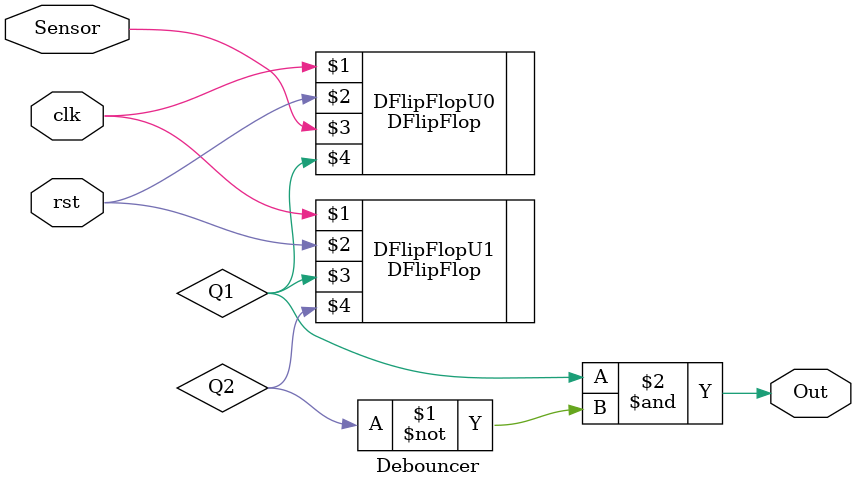
<source format=v>
module Debouncer        (input clk,
                              rst,
                              Sensor,
                        output Out);
  wire Q1,Q2;                      
 DFlipFlop DFlipFlopU0(clk,rst, Sensor,Q1 );
DFlipFlop DFlipFlopU1(clk,rst, Q1,Q2 ); 
assign Out =Q1 &~ Q2;

endmodule       

</source>
